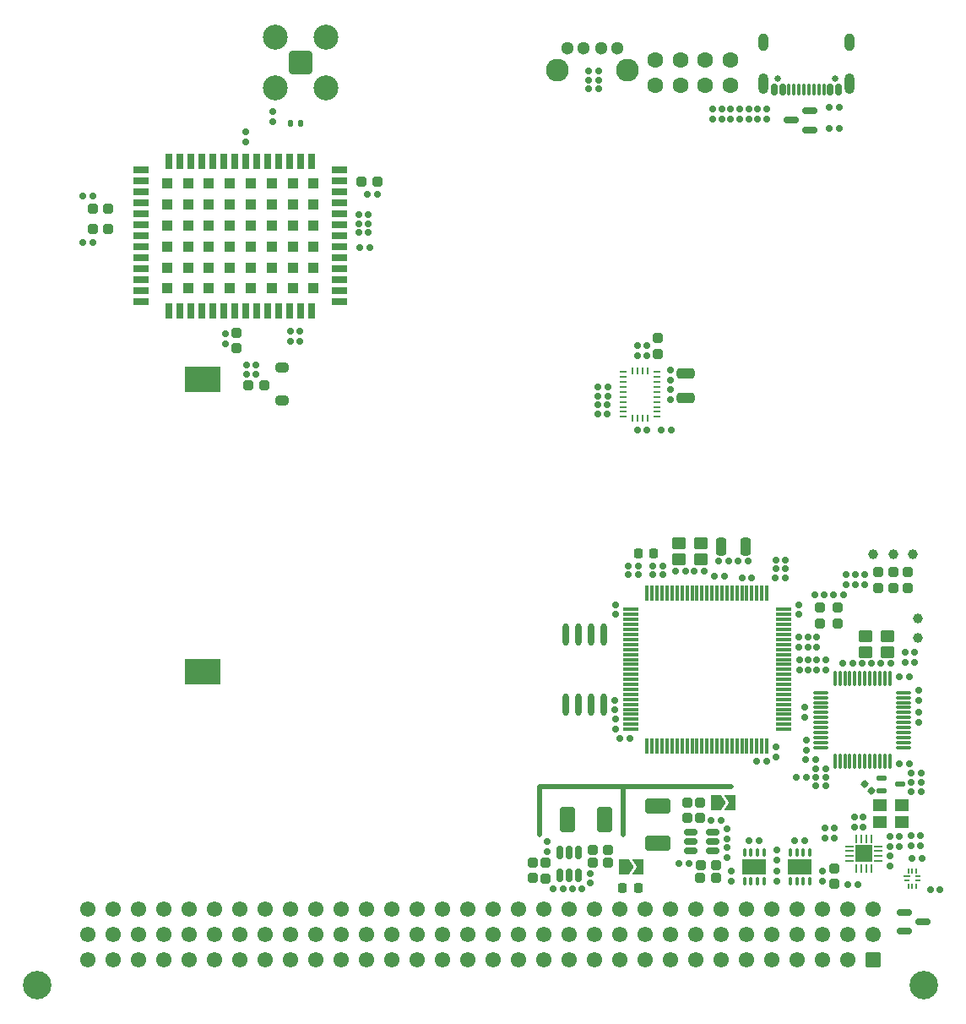
<source format=gbr>
%TF.GenerationSoftware,KiCad,Pcbnew,8.0.9-8.0.9-0~ubuntu24.04.1*%
%TF.CreationDate,2025-02-22T21:10:34+00:00*%
%TF.ProjectId,nav-module,6e61762d-6d6f-4647-956c-652e6b696361,1.0.0*%
%TF.SameCoordinates,Original*%
%TF.FileFunction,Soldermask,Top*%
%TF.FilePolarity,Negative*%
%FSLAX46Y46*%
G04 Gerber Fmt 4.6, Leading zero omitted, Abs format (unit mm)*
G04 Created by KiCad (PCBNEW 8.0.9-8.0.9-0~ubuntu24.04.1) date 2025-02-22 21:10:34*
%MOMM*%
%LPD*%
G01*
G04 APERTURE LIST*
G04 Aperture macros list*
%AMRoundRect*
0 Rectangle with rounded corners*
0 $1 Rounding radius*
0 $2 $3 $4 $5 $6 $7 $8 $9 X,Y pos of 4 corners*
0 Add a 4 corners polygon primitive as box body*
4,1,4,$2,$3,$4,$5,$6,$7,$8,$9,$2,$3,0*
0 Add four circle primitives for the rounded corners*
1,1,$1+$1,$2,$3*
1,1,$1+$1,$4,$5*
1,1,$1+$1,$6,$7*
1,1,$1+$1,$8,$9*
0 Add four rect primitives between the rounded corners*
20,1,$1+$1,$2,$3,$4,$5,0*
20,1,$1+$1,$4,$5,$6,$7,0*
20,1,$1+$1,$6,$7,$8,$9,0*
20,1,$1+$1,$8,$9,$2,$3,0*%
%AMFreePoly0*
4,1,6,1.000000,0.000000,0.500000,-0.750000,-0.500000,-0.750000,-0.500000,0.750000,0.500000,0.750000,1.000000,0.000000,1.000000,0.000000,$1*%
%AMFreePoly1*
4,1,6,0.500000,-0.750000,-0.650000,-0.750000,-0.150000,0.000000,-0.650000,0.750000,0.500000,0.750000,0.500000,-0.750000,0.500000,-0.750000,$1*%
G04 Aperture macros list end*
%ADD10C,0.500000*%
%ADD11RoundRect,0.250000X0.650000X0.250000X-0.650000X0.250000X-0.650000X-0.250000X0.650000X-0.250000X0*%
%ADD12RoundRect,0.250001X0.999999X-0.499999X0.999999X0.499999X-0.999999X0.499999X-0.999999X-0.499999X0*%
%ADD13FreePoly0,0.000000*%
%ADD14FreePoly1,0.000000*%
%ADD15C,1.000000*%
%ADD16RoundRect,0.159000X-0.189000X0.159000X-0.189000X-0.159000X0.189000X-0.159000X0.189000X0.159000X0*%
%ADD17C,1.600000*%
%ADD18RoundRect,0.147500X0.147500X0.172500X-0.147500X0.172500X-0.147500X-0.172500X0.147500X-0.172500X0*%
%ADD19RoundRect,0.159000X0.159000X0.189000X-0.159000X0.189000X-0.159000X-0.189000X0.159000X-0.189000X0*%
%ADD20RoundRect,0.150000X0.587500X0.150000X-0.587500X0.150000X-0.587500X-0.150000X0.587500X-0.150000X0*%
%ADD21RoundRect,0.159000X0.189000X-0.159000X0.189000X0.159000X-0.189000X0.159000X-0.189000X-0.159000X0*%
%ADD22RoundRect,0.159000X-0.159000X-0.189000X0.159000X-0.189000X0.159000X0.189000X-0.159000X0.189000X0*%
%ADD23RoundRect,0.239000X0.239000X0.274000X-0.239000X0.274000X-0.239000X-0.274000X0.239000X-0.274000X0*%
%ADD24RoundRect,0.239000X0.274000X-0.239000X0.274000X0.239000X-0.274000X0.239000X-0.274000X-0.239000X0*%
%ADD25RoundRect,0.244000X-0.394000X0.244000X-0.394000X-0.244000X0.394000X-0.244000X0.394000X0.244000X0*%
%ADD26RoundRect,0.220000X0.220000X0.255000X-0.220000X0.255000X-0.220000X-0.255000X0.220000X-0.255000X0*%
%ADD27RoundRect,0.244000X-0.269000X0.244000X-0.269000X-0.244000X0.269000X-0.244000X0.269000X0.244000X0*%
%ADD28R,0.663000X0.225000*%
%ADD29R,0.563000X0.225000*%
%ADD30R,0.225000X0.563000*%
%ADD31RoundRect,0.150000X-0.512500X-0.150000X0.512500X-0.150000X0.512500X0.150000X-0.512500X0.150000X0*%
%ADD32RoundRect,0.150000X-0.587500X-0.150000X0.587500X-0.150000X0.587500X0.150000X-0.587500X0.150000X0*%
%ADD33RoundRect,0.200100X-0.949900X-0.949900X0.949900X-0.949900X0.949900X0.949900X-0.949900X0.949900X0*%
%ADD34C,2.500000*%
%ADD35RoundRect,0.239000X-0.274000X0.239000X-0.274000X-0.239000X0.274000X-0.239000X0.274000X0.239000X0*%
%ADD36RoundRect,0.244000X0.244000X0.269000X-0.244000X0.269000X-0.244000X-0.269000X0.244000X-0.269000X0*%
%ADD37RoundRect,0.250000X0.450000X0.350000X-0.450000X0.350000X-0.450000X-0.350000X0.450000X-0.350000X0*%
%ADD38RoundRect,0.075000X-0.075000X0.662500X-0.075000X-0.662500X0.075000X-0.662500X0.075000X0.662500X0*%
%ADD39RoundRect,0.075000X-0.662500X0.075000X-0.662500X-0.075000X0.662500X-0.075000X0.662500X0.075000X0*%
%ADD40RoundRect,0.075000X-0.075000X0.725000X-0.075000X-0.725000X0.075000X-0.725000X0.075000X0.725000X0*%
%ADD41RoundRect,0.075000X-0.725000X0.075000X-0.725000X-0.075000X0.725000X-0.075000X0.725000X0.075000X0*%
%ADD42RoundRect,0.239000X-0.239000X-0.274000X0.239000X-0.274000X0.239000X0.274000X-0.239000X0.274000X0*%
%ADD43C,0.650000*%
%ADD44RoundRect,0.150000X0.150000X0.425000X-0.150000X0.425000X-0.150000X-0.425000X0.150000X-0.425000X0*%
%ADD45RoundRect,0.075000X0.075000X0.500000X-0.075000X0.500000X-0.075000X-0.500000X0.075000X-0.500000X0*%
%ADD46O,1.000000X2.100000*%
%ADD47O,1.000000X1.800000*%
%ADD48RoundRect,0.244000X-0.244000X-0.269000X0.244000X-0.269000X0.244000X0.269000X-0.244000X0.269000X0*%
%ADD49R,3.600000X2.600000*%
%ADD50C,2.850000*%
%ADD51RoundRect,0.249999X0.525001X0.525001X-0.525001X0.525001X-0.525001X-0.525001X0.525001X-0.525001X0*%
%ADD52C,1.550000*%
%ADD53RoundRect,0.220000X-0.220000X-0.255000X0.220000X-0.255000X0.220000X0.255000X-0.220000X0.255000X0*%
%ADD54C,1.300000*%
%ADD55C,2.286000*%
%ADD56RoundRect,0.075000X-0.075000X0.350000X-0.075000X-0.350000X0.075000X-0.350000X0.075000X0.350000X0*%
%ADD57R,2.400000X1.600000*%
%ADD58RoundRect,0.250000X0.250000X-0.650000X0.250000X0.650000X-0.250000X0.650000X-0.250000X-0.650000X0*%
%ADD59RoundRect,0.159000X0.246073X0.021213X0.021213X0.246073X-0.246073X-0.021213X-0.021213X-0.246073X0*%
%ADD60R,0.800000X1.500000*%
%ADD61R,1.500000X0.800000*%
%ADD62R,1.100000X1.100000*%
%ADD63R,1.400000X1.200000*%
%ADD64RoundRect,0.244000X0.269000X-0.244000X0.269000X0.244000X-0.269000X0.244000X-0.269000X-0.244000X0*%
%ADD65O,0.630000X2.250000*%
%ADD66RoundRect,0.250001X-0.499999X-0.999999X0.499999X-0.999999X0.499999X0.999999X-0.499999X0.999999X0*%
%ADD67RoundRect,0.062500X-0.062500X0.350000X-0.062500X-0.350000X0.062500X-0.350000X0.062500X0.350000X0*%
%ADD68RoundRect,0.062500X-0.350000X0.062500X-0.350000X-0.062500X0.350000X-0.062500X0.350000X0.062500X0*%
%ADD69R,1.700000X1.700000*%
%ADD70R,0.675000X0.254000*%
%ADD71R,0.254000X0.675000*%
%ADD72RoundRect,0.125000X0.345000X0.125000X-0.345000X0.125000X-0.345000X-0.125000X0.345000X-0.125000X0*%
%ADD73RoundRect,0.150000X-0.150000X0.512500X-0.150000X-0.512500X0.150000X-0.512500X0.150000X0.512500X0*%
G04 APERTURE END LIST*
D10*
X114500000Y-128625000D02*
X95300000Y-128625000D01*
X95300000Y-133425000D02*
X95300000Y-128625000D01*
X103700000Y-133425000D02*
X103700000Y-128625000D01*
D11*
%TO.C,X1200*%
X109930000Y-89685000D03*
X109930000Y-87185002D03*
%TD*%
D12*
%TO.C,L301*%
X107120720Y-134271542D03*
X107120720Y-130571542D03*
%TD*%
D13*
%TO.C,JP300*%
X103725000Y-136675000D03*
D14*
X105175000Y-136675000D03*
%TD*%
D15*
%TO.C,TP302*%
X132750000Y-105325000D03*
%TD*%
D16*
%TO.C,C1101*%
X63770000Y-83185002D03*
X63770000Y-84185000D03*
%TD*%
D17*
%TO.C,LED300*%
X106863600Y-55785000D03*
X109403600Y-55785000D03*
X106863600Y-58325000D03*
X109403600Y-58325000D03*
%TD*%
D18*
%TO.C,L1100*%
X71295000Y-62155001D03*
X70325000Y-62155001D03*
%TD*%
D16*
%TO.C,R903*%
X126850000Y-131625000D03*
X126850000Y-132625000D03*
%TD*%
D19*
%TO.C,R308*%
X127200000Y-138375000D03*
X126200000Y-138375000D03*
%TD*%
D20*
%TO.C,U802*%
X122387500Y-62765001D03*
X122387500Y-60865001D03*
X120512500Y-61815001D03*
%TD*%
D16*
%TO.C,R418*%
X70330000Y-82975002D03*
X70330000Y-83975000D03*
%TD*%
D21*
%TO.C,C501*%
X119100000Y-138075000D03*
X119100000Y-137075000D03*
%TD*%
D22*
%TO.C,R716*%
X123000000Y-128525000D03*
X124000000Y-128525000D03*
%TD*%
D16*
%TO.C,R306*%
X114070720Y-132821542D03*
X114070720Y-133821542D03*
%TD*%
D23*
%TO.C,D1103*%
X79019999Y-67975001D03*
X77440001Y-67975001D03*
%TD*%
D24*
%TO.C,D301*%
X124850000Y-138365000D03*
X124850000Y-136785000D03*
%TD*%
D25*
%TO.C,D1100*%
X69470000Y-86635001D03*
X69470000Y-89935001D03*
%TD*%
D26*
%TO.C,FB400*%
X106740000Y-105225000D03*
X105160000Y-105225000D03*
%TD*%
D21*
%TO.C,C601*%
X114550000Y-138075000D03*
X114550000Y-137075000D03*
%TD*%
D19*
%TO.C,R301*%
X97650000Y-138871508D03*
X96650000Y-138871508D03*
%TD*%
%TO.C,C408*%
X105200000Y-106475000D03*
X104200000Y-106475000D03*
%TD*%
D21*
%TO.C,R600*%
X119100000Y-135925000D03*
X119100000Y-134925000D03*
%TD*%
D22*
%TO.C,C400*%
X115575000Y-107650000D03*
X116575000Y-107650000D03*
%TD*%
D27*
%TO.C,C1100*%
X64930000Y-83095001D03*
X64930000Y-84655001D03*
%TD*%
D19*
%TO.C,C313*%
X114250000Y-106025000D03*
X113250000Y-106025000D03*
%TD*%
D22*
%TO.C,R801*%
X124350000Y-62675000D03*
X125350000Y-62675000D03*
%TD*%
D19*
%TO.C,C600*%
X117300000Y-134025000D03*
X116300000Y-134025000D03*
%TD*%
%TO.C,C407*%
X107675000Y-107375000D03*
X106675000Y-107375000D03*
%TD*%
D22*
%TO.C,C314*%
X115200000Y-106025000D03*
X116200000Y-106025000D03*
%TD*%
D28*
%TO.C,U801*%
X132131500Y-137600000D03*
D29*
X132081500Y-138000000D03*
D30*
X132250000Y-138568500D03*
X132650000Y-138568500D03*
X133050000Y-138568500D03*
D29*
X133218500Y-138000000D03*
X133218500Y-137600000D03*
D30*
X133050000Y-137031500D03*
X132650000Y-137031500D03*
X132250000Y-137031500D03*
%TD*%
D15*
%TO.C,TP701*%
X133250000Y-113725000D03*
%TD*%
D27*
%TO.C,C304*%
X94646542Y-136211059D03*
X94646542Y-137771059D03*
%TD*%
D16*
%TO.C,C305*%
X96090000Y-134071508D03*
X96090000Y-135071508D03*
%TD*%
D19*
%TO.C,R404*%
X119950000Y-107645000D03*
X118950000Y-107645000D03*
%TD*%
%TO.C,C1204*%
X102097500Y-91234999D03*
X101097502Y-91234999D03*
%TD*%
D31*
%TO.C,U301*%
X110412500Y-133168050D03*
X110412500Y-134118050D03*
X110412500Y-135068050D03*
X112687500Y-135068050D03*
X112687500Y-134118050D03*
X112687500Y-133168050D03*
%TD*%
D19*
%TO.C,C500*%
X121900000Y-134025000D03*
X120900000Y-134025000D03*
%TD*%
D16*
%TO.C,R902*%
X127750000Y-131625000D03*
X127750000Y-132625000D03*
%TD*%
D24*
%TO.C,D400*%
X129240000Y-108665000D03*
X129240000Y-107085000D03*
%TD*%
D32*
%TO.C,U200*%
X131832500Y-141212501D03*
X131832500Y-143112501D03*
X133707500Y-142162501D03*
%TD*%
D16*
%TO.C,R700*%
X121325000Y-115925000D03*
X121325000Y-116925000D03*
%TD*%
D22*
%TO.C,R405*%
X100228400Y-58685001D03*
X101228400Y-58685001D03*
%TD*%
D21*
%TO.C,R409*%
X114450000Y-61725000D03*
X114450000Y-60725000D03*
%TD*%
%TO.C,R400*%
X113550000Y-61725000D03*
X113550000Y-60725000D03*
%TD*%
D33*
%TO.C,J1100*%
X71350000Y-56015001D03*
D34*
X68810000Y-53475001D03*
X68810000Y-58555001D03*
X73890000Y-53475001D03*
X73890000Y-58555001D03*
%TD*%
D21*
%TO.C,R411*%
X126950000Y-108375000D03*
X126950000Y-107375000D03*
%TD*%
D16*
%TO.C,R1200*%
X105110000Y-84435003D03*
X105110000Y-85435001D03*
%TD*%
D19*
%TO.C,R1105*%
X50469999Y-69385001D03*
X49470001Y-69385001D03*
%TD*%
D16*
%TO.C,C410*%
X123100000Y-113600000D03*
X123100000Y-114600000D03*
%TD*%
D35*
%TO.C,D701*%
X125175000Y-110660000D03*
X125175000Y-112240000D03*
%TD*%
D19*
%TO.C,R1103*%
X78130000Y-72175001D03*
X77130002Y-72175001D03*
%TD*%
D16*
%TO.C,R701*%
X124000000Y-115925000D03*
X124000000Y-116925000D03*
%TD*%
%TO.C,C405*%
X121275000Y-110350000D03*
X121275000Y-111350000D03*
%TD*%
D36*
%TO.C,C301*%
X102180000Y-136171508D03*
X100620000Y-136171508D03*
%TD*%
D21*
%TO.C,C300*%
X100400000Y-138281508D03*
X100400000Y-137281508D03*
%TD*%
D24*
%TO.C,D402*%
X132240000Y-108665000D03*
X132240000Y-107085000D03*
%TD*%
D37*
%TO.C,Y700*%
X130150000Y-113525000D03*
X127950000Y-113525000D03*
X127950000Y-115125000D03*
X130150000Y-115125000D03*
%TD*%
D38*
%TO.C,U700*%
X130400000Y-117762500D03*
X129900000Y-117762500D03*
X129400000Y-117762500D03*
X128900000Y-117762500D03*
X128400000Y-117762500D03*
X127900000Y-117762500D03*
X127400000Y-117762500D03*
X126900000Y-117762500D03*
X126400000Y-117762500D03*
X125900000Y-117762500D03*
X125400000Y-117762500D03*
X124900000Y-117762500D03*
D39*
X123487500Y-119175000D03*
X123487500Y-119675000D03*
X123487500Y-120175000D03*
X123487500Y-120675000D03*
X123487500Y-121175000D03*
X123487500Y-121675000D03*
X123487500Y-122175000D03*
X123487500Y-122675000D03*
X123487500Y-123175000D03*
X123487500Y-123675000D03*
X123487500Y-124175000D03*
X123487500Y-124675000D03*
D38*
X124900000Y-126087500D03*
X125400000Y-126087500D03*
X125900000Y-126087500D03*
X126400000Y-126087500D03*
X126900000Y-126087500D03*
X127400000Y-126087500D03*
X127900000Y-126087500D03*
X128400000Y-126087500D03*
X128900000Y-126087500D03*
X129400000Y-126087500D03*
X129900000Y-126087500D03*
X130400000Y-126087500D03*
D39*
X131812500Y-124675000D03*
X131812500Y-124175000D03*
X131812500Y-123675000D03*
X131812500Y-123175000D03*
X131812500Y-122675000D03*
X131812500Y-122175000D03*
X131812500Y-121675000D03*
X131812500Y-121175000D03*
X131812500Y-120675000D03*
X131812500Y-120175000D03*
X131812500Y-119675000D03*
X131812500Y-119175000D03*
%TD*%
D15*
%TO.C,TP700*%
X133250000Y-111725000D03*
%TD*%
D16*
%TO.C,C1202*%
X108410002Y-88785002D03*
X108410002Y-89785000D03*
%TD*%
D22*
%TO.C,R707*%
X122850000Y-109375000D03*
X123850000Y-109375000D03*
%TD*%
D40*
%TO.C,U400*%
X118075000Y-109175000D03*
X117575000Y-109175000D03*
X117075000Y-109175000D03*
X116575000Y-109175000D03*
X116075000Y-109175000D03*
X115575000Y-109175000D03*
X115075000Y-109175000D03*
X114575000Y-109175000D03*
X114075000Y-109175000D03*
X113575000Y-109175000D03*
X113075000Y-109175000D03*
X112575000Y-109175000D03*
X112075000Y-109175000D03*
X111575000Y-109175000D03*
X111075000Y-109175000D03*
X110575000Y-109175000D03*
X110075000Y-109175000D03*
X109575000Y-109175000D03*
X109075000Y-109175000D03*
X108575000Y-109175000D03*
X108075000Y-109175000D03*
X107575000Y-109175000D03*
X107075000Y-109175000D03*
X106575000Y-109175000D03*
X106075000Y-109175000D03*
D41*
X104400000Y-110850000D03*
X104400000Y-111350000D03*
X104400000Y-111850000D03*
X104400000Y-112350000D03*
X104400000Y-112850000D03*
X104400000Y-113350000D03*
X104400000Y-113850000D03*
X104400000Y-114350000D03*
X104400000Y-114850000D03*
X104400000Y-115350000D03*
X104400000Y-115850000D03*
X104400000Y-116350000D03*
X104400000Y-116850000D03*
X104400000Y-117350000D03*
X104400000Y-117850000D03*
X104400000Y-118350000D03*
X104400000Y-118850000D03*
X104400000Y-119350000D03*
X104400000Y-119850000D03*
X104400000Y-120350000D03*
X104400000Y-120850000D03*
X104400000Y-121350000D03*
X104400000Y-121850000D03*
X104400000Y-122350000D03*
X104400000Y-122850000D03*
D40*
X106075000Y-124525000D03*
X106575000Y-124525000D03*
X107075000Y-124525000D03*
X107575000Y-124525000D03*
X108075000Y-124525000D03*
X108575000Y-124525000D03*
X109075000Y-124525000D03*
X109575000Y-124525000D03*
X110075000Y-124525000D03*
X110575000Y-124525000D03*
X111075000Y-124525000D03*
X111575000Y-124525000D03*
X112075000Y-124525000D03*
X112575000Y-124525000D03*
X113075000Y-124525000D03*
X113575000Y-124525000D03*
X114075000Y-124525000D03*
X114575000Y-124525000D03*
X115075000Y-124525000D03*
X115575000Y-124525000D03*
X116075000Y-124525000D03*
X116575000Y-124525000D03*
X117075000Y-124525000D03*
X117575000Y-124525000D03*
X118075000Y-124525000D03*
D41*
X119750000Y-122850000D03*
X119750000Y-122350000D03*
X119750000Y-121850000D03*
X119750000Y-121350000D03*
X119750000Y-120850000D03*
X119750000Y-120350000D03*
X119750000Y-119850000D03*
X119750000Y-119350000D03*
X119750000Y-118850000D03*
X119750000Y-118350000D03*
X119750000Y-117850000D03*
X119750000Y-117350000D03*
X119750000Y-116850000D03*
X119750000Y-116350000D03*
X119750000Y-115850000D03*
X119750000Y-115350000D03*
X119750000Y-114850000D03*
X119750000Y-114350000D03*
X119750000Y-113850000D03*
X119750000Y-113350000D03*
X119750000Y-112850000D03*
X119750000Y-112350000D03*
X119750000Y-111850000D03*
X119750000Y-111350000D03*
X119750000Y-110850000D03*
%TD*%
D19*
%TO.C,C409*%
X105200000Y-107375000D03*
X104200000Y-107375000D03*
%TD*%
%TO.C,C708*%
X128600000Y-116235000D03*
X127600000Y-116235000D03*
%TD*%
D16*
%TO.C,R705*%
X132900000Y-115125000D03*
X132900000Y-116125000D03*
%TD*%
D19*
%TO.C,R1100*%
X66870000Y-86335001D03*
X65870002Y-86335001D03*
%TD*%
D16*
%TO.C,R307*%
X114070720Y-134721542D03*
X114070720Y-135721542D03*
%TD*%
D42*
%TO.C,D1101*%
X50480001Y-70685001D03*
X52059999Y-70685001D03*
%TD*%
D22*
%TO.C,R711*%
X132550000Y-128175000D03*
X133550000Y-128175000D03*
%TD*%
%TO.C,R710*%
X132550000Y-127275000D03*
X133550000Y-127275000D03*
%TD*%
%TO.C,R715*%
X123000000Y-127650000D03*
X124000000Y-127650000D03*
%TD*%
D19*
%TO.C,R1106*%
X50479999Y-74085001D03*
X49480001Y-74085001D03*
%TD*%
D16*
%TO.C,C801*%
X116250000Y-60725000D03*
X116250000Y-61725000D03*
%TD*%
D15*
%TO.C,TP300*%
X128750000Y-105325000D03*
%TD*%
D21*
%TO.C,C402*%
X102875000Y-111350000D03*
X102875000Y-110350000D03*
%TD*%
D16*
%TO.C,C1104*%
X68570000Y-60985002D03*
X68570000Y-61985000D03*
%TD*%
D13*
%TO.C,JP301*%
X112970720Y-130225000D03*
D14*
X114420720Y-130225000D03*
%TD*%
D43*
%TO.C,J800*%
X124940000Y-57640000D03*
X119160000Y-57640000D03*
D44*
X125250000Y-58715000D03*
X124450000Y-58715000D03*
D45*
X123300000Y-58715000D03*
X122300000Y-58715000D03*
X121800000Y-58715000D03*
X120800000Y-58715000D03*
D44*
X119650000Y-58715000D03*
X118850000Y-58715000D03*
X118850000Y-58715000D03*
X119650000Y-58715000D03*
D45*
X120300000Y-58715000D03*
X121300000Y-58715000D03*
X122800000Y-58715000D03*
X123800000Y-58715000D03*
D44*
X124450000Y-58715000D03*
X125250000Y-58715000D03*
D46*
X126370000Y-58140000D03*
D47*
X126370000Y-53960000D03*
D46*
X117730000Y-58140000D03*
D47*
X117730000Y-53960000D03*
%TD*%
D22*
%TO.C,C311*%
X109270720Y-136281542D03*
X110270720Y-136281542D03*
%TD*%
%TO.C,C1105*%
X77130002Y-71275001D03*
X78130000Y-71275001D03*
%TD*%
D15*
%TO.C,TP301*%
X130750000Y-105325000D03*
%TD*%
D22*
%TO.C,C707*%
X129500000Y-116225000D03*
X130500000Y-116225000D03*
%TD*%
D16*
%TO.C,R901*%
X123900000Y-132725000D03*
X123900000Y-133725000D03*
%TD*%
D19*
%TO.C,R709*%
X133550000Y-129075000D03*
X132550000Y-129075000D03*
%TD*%
D16*
%TO.C,R805*%
X117150000Y-60725000D03*
X117150000Y-61725000D03*
%TD*%
%TO.C,R800*%
X118050000Y-60725000D03*
X118050000Y-61725000D03*
%TD*%
D48*
%TO.C,C310*%
X111420720Y-136481542D03*
X112980720Y-136481542D03*
%TD*%
D16*
%TO.C,R402*%
X122200000Y-113600000D03*
X122200000Y-114600000D03*
%TD*%
D21*
%TO.C,R702*%
X133300000Y-122175000D03*
X133300000Y-121175000D03*
%TD*%
%TO.C,C1201*%
X106010000Y-85434999D03*
X106010000Y-84435001D03*
%TD*%
D48*
%TO.C,C309*%
X111410271Y-137725000D03*
X112970271Y-137725000D03*
%TD*%
D21*
%TO.C,C900*%
X130450000Y-134575000D03*
X130450000Y-133575000D03*
%TD*%
D16*
%TO.C,C404*%
X118975000Y-124600000D03*
X118975000Y-125600000D03*
%TD*%
%TO.C,R802*%
X132550000Y-133525000D03*
X132550000Y-134525000D03*
%TD*%
D22*
%TO.C,C701*%
X131350000Y-117625000D03*
X132350000Y-117625000D03*
%TD*%
D49*
%TO.C,BAT1100*%
X61470000Y-87785001D03*
X61470000Y-117085001D03*
%TD*%
D19*
%TO.C,R300*%
X99550000Y-138871508D03*
X98550000Y-138871508D03*
%TD*%
D22*
%TO.C,R1201*%
X101097501Y-90335002D03*
X102097499Y-90335002D03*
%TD*%
D50*
%TO.C,J200*%
X133820000Y-148515000D03*
X44920000Y-148515000D03*
D51*
X128740000Y-145975000D03*
D52*
X126200000Y-145975000D03*
X123660000Y-145975000D03*
X121120000Y-145975000D03*
X118580000Y-145975000D03*
X116040000Y-145975000D03*
X113500000Y-145975000D03*
X110960000Y-145975000D03*
X108420000Y-145975000D03*
X105880000Y-145975000D03*
X103340000Y-145975000D03*
X100800000Y-145975000D03*
X98260000Y-145975000D03*
X95720000Y-145975000D03*
X93180000Y-145975000D03*
X90640000Y-145975000D03*
X88100000Y-145975000D03*
X85560000Y-145975000D03*
X83020000Y-145975000D03*
X80480000Y-145975000D03*
X77940000Y-145975000D03*
X75400000Y-145975000D03*
X72860000Y-145975000D03*
X70320000Y-145975000D03*
X67780000Y-145975000D03*
X65240000Y-145975000D03*
X62700000Y-145975000D03*
X60160000Y-145975000D03*
X57620000Y-145975000D03*
X55080000Y-145975000D03*
X52540000Y-145975000D03*
X50000000Y-145975000D03*
X128740000Y-143435000D03*
X126200000Y-143435000D03*
X123660000Y-143435000D03*
X121120000Y-143435000D03*
X118580000Y-143435000D03*
X116040000Y-143435000D03*
X113500000Y-143435000D03*
X110960000Y-143435000D03*
X108420000Y-143435000D03*
X105880000Y-143435000D03*
X103340000Y-143435000D03*
X100800000Y-143435000D03*
X98260000Y-143435000D03*
X95720000Y-143435000D03*
X93180000Y-143435000D03*
X90640000Y-143435000D03*
X88100000Y-143435000D03*
X85560000Y-143435000D03*
X83020000Y-143435000D03*
X80480000Y-143435000D03*
X77940000Y-143435000D03*
X75400000Y-143435000D03*
X72860000Y-143435000D03*
X70320000Y-143435000D03*
X67780000Y-143435000D03*
X65240000Y-143435000D03*
X62700000Y-143435000D03*
X60160000Y-143435000D03*
X57620000Y-143435000D03*
X55080000Y-143435000D03*
X52540000Y-143435000D03*
X50000000Y-143435000D03*
X128740000Y-140895000D03*
X126200000Y-140895000D03*
X123660000Y-140895000D03*
X121120000Y-140895000D03*
X118580000Y-140895000D03*
X116040000Y-140895000D03*
X113500000Y-140895000D03*
X110960000Y-140895000D03*
X108420000Y-140895000D03*
X105880000Y-140895000D03*
X103340000Y-140895000D03*
X100800000Y-140895000D03*
X98260000Y-140895000D03*
X95720000Y-140895000D03*
X93180000Y-140895000D03*
X90640000Y-140895000D03*
X88100000Y-140895000D03*
X85560000Y-140895000D03*
X83020000Y-140895000D03*
X80480000Y-140895000D03*
X77940000Y-140895000D03*
X75400000Y-140895000D03*
X72860000Y-140895000D03*
X70320000Y-140895000D03*
X67780000Y-140895000D03*
X65240000Y-140895000D03*
X62700000Y-140895000D03*
X60160000Y-140895000D03*
X57620000Y-140895000D03*
X55080000Y-140895000D03*
X52540000Y-140895000D03*
X50000000Y-140895000D03*
%TD*%
D19*
%TO.C,R1101*%
X78130000Y-73075001D03*
X77130002Y-73075001D03*
%TD*%
D22*
%TO.C,C700*%
X122000000Y-125875000D03*
X123000000Y-125875000D03*
%TD*%
D21*
%TO.C,R500*%
X123650000Y-138075000D03*
X123650000Y-137075000D03*
%TD*%
D19*
%TO.C,C406*%
X107675000Y-106475000D03*
X106675000Y-106475000D03*
%TD*%
%TO.C,C411*%
X109925000Y-107025000D03*
X108925000Y-107025000D03*
%TD*%
D16*
%TO.C,C704*%
X133290000Y-118922500D03*
X133290000Y-119922500D03*
%TD*%
D19*
%TO.C,C1205*%
X102109999Y-88535002D03*
X101110001Y-88535002D03*
%TD*%
D21*
%TO.C,C902*%
X131350000Y-134575000D03*
X131350000Y-133575000D03*
%TD*%
D22*
%TO.C,C312*%
X132650000Y-135775000D03*
X133650000Y-135775000D03*
%TD*%
D21*
%TO.C,C702*%
X122010000Y-124927500D03*
X122010000Y-123927500D03*
%TD*%
D16*
%TO.C,R706*%
X131950000Y-115125000D03*
X131950000Y-116125000D03*
%TD*%
D21*
%TO.C,R803*%
X133450000Y-134525000D03*
X133450000Y-133525000D03*
%TD*%
D48*
%TO.C,C1102*%
X66090000Y-88385001D03*
X67650000Y-88385001D03*
%TD*%
D27*
%TO.C,C307*%
X110108674Y-130191542D03*
X110108674Y-131751542D03*
%TD*%
D19*
%TO.C,C306*%
X113480720Y-131971542D03*
X112480720Y-131971542D03*
%TD*%
D21*
%TO.C,R401*%
X121300000Y-114600000D03*
X121300000Y-113600000D03*
%TD*%
D53*
%TO.C,F300*%
X103610000Y-138775000D03*
X105190000Y-138775000D03*
%TD*%
D22*
%TO.C,R714*%
X123000000Y-126775000D03*
X124000000Y-126775000D03*
%TD*%
D16*
%TO.C,R900*%
X124800000Y-132725000D03*
X124800000Y-133725000D03*
%TD*%
D22*
%TO.C,C414*%
X117075000Y-126050000D03*
X118075000Y-126050000D03*
%TD*%
D54*
%TO.C,SW400*%
X103080000Y-54575000D03*
X101450000Y-54575000D03*
X99710000Y-54575000D03*
X98080000Y-54575000D03*
D55*
X104080000Y-56825000D03*
X97080000Y-56825000D03*
%TD*%
D19*
%TO.C,R427*%
X108469999Y-92885001D03*
X107470001Y-92885001D03*
%TD*%
D56*
%TO.C,U600*%
X117775000Y-135175000D03*
X117125000Y-135175000D03*
X116475000Y-135175000D03*
X115825000Y-135175000D03*
X115825000Y-138075000D03*
X116475000Y-138075000D03*
X117125000Y-138075000D03*
X117775000Y-138075000D03*
D57*
X116800000Y-136625000D03*
%TD*%
D58*
%TO.C,X300*%
X113475000Y-104550000D03*
X115975000Y-104550000D03*
%TD*%
D19*
%TO.C,R406*%
X101228400Y-56885001D03*
X100228400Y-56885001D03*
%TD*%
D21*
%TO.C,R412*%
X126050000Y-108375000D03*
X126050000Y-107375000D03*
%TD*%
%TO.C,C706*%
X122200000Y-116925000D03*
X122200000Y-115925000D03*
%TD*%
D22*
%TO.C,C800*%
X124350000Y-60525000D03*
X125350000Y-60525000D03*
%TD*%
D36*
%TO.C,C302*%
X102180000Y-134909462D03*
X100620000Y-134909462D03*
%TD*%
D22*
%TO.C,R1202*%
X101110001Y-89435002D03*
X102109999Y-89435002D03*
%TD*%
D16*
%TO.C,R1102*%
X65840000Y-63005002D03*
X65840000Y-64005000D03*
%TD*%
D22*
%TO.C,C401*%
X112825000Y-107475000D03*
X113825000Y-107475000D03*
%TD*%
%TO.C,C705*%
X125700000Y-116235000D03*
X126700000Y-116235000D03*
%TD*%
D59*
%TO.C,R712*%
X128553553Y-129028553D03*
X127846447Y-128321447D03*
%TD*%
D22*
%TO.C,R426*%
X105070000Y-92885001D03*
X106070000Y-92885001D03*
%TD*%
D37*
%TO.C,X400*%
X111475000Y-104250000D03*
X109275000Y-104250000D03*
X109275000Y-105850000D03*
X111475000Y-105850000D03*
%TD*%
D60*
%TO.C,U1100*%
X72430000Y-65925003D03*
X71330000Y-65925002D03*
X70230000Y-65925003D03*
X69130000Y-65925002D03*
X68030000Y-65925002D03*
X66930000Y-65925002D03*
X65830000Y-65925002D03*
X64730000Y-65925002D03*
X63630000Y-65925002D03*
X62530000Y-65925002D03*
X61430000Y-65925002D03*
X60330000Y-65925003D03*
X59230000Y-65925002D03*
X58130000Y-65925003D03*
D61*
X55330000Y-66825002D03*
X55330000Y-67925002D03*
X55330000Y-69025002D03*
X55330000Y-70125002D03*
X55330000Y-71225003D03*
X55330000Y-72325002D03*
X55330001Y-73425002D03*
X55330000Y-74525002D03*
X55330000Y-75625001D03*
X55330000Y-76725002D03*
X55330000Y-77825002D03*
X55330000Y-78925002D03*
X55330000Y-80025002D03*
D60*
X58130000Y-80925001D03*
X59230000Y-80925002D03*
X60330000Y-80925001D03*
X61430000Y-80925002D03*
X62530000Y-80925002D03*
X63630000Y-80925002D03*
X64730000Y-80925002D03*
X65830000Y-80925002D03*
X66930000Y-80925002D03*
X68030000Y-80925002D03*
X69130000Y-80925002D03*
X70230000Y-80925001D03*
X71330000Y-80925002D03*
X72430000Y-80925001D03*
D61*
X75230000Y-80025002D03*
X75230000Y-78925002D03*
X75230000Y-77825002D03*
X75230000Y-76725002D03*
X75230000Y-75625001D03*
X75230000Y-74525002D03*
X75229999Y-73425002D03*
X75230000Y-72325002D03*
X75230000Y-71225003D03*
X75230000Y-70125002D03*
X75230000Y-69025002D03*
X75230000Y-67925002D03*
X75230000Y-66825002D03*
D62*
X72630000Y-68175002D03*
X70530000Y-68175002D03*
X68430000Y-68175002D03*
X66330001Y-68175002D03*
X64229999Y-68175002D03*
X62130000Y-68175002D03*
X60030000Y-68175002D03*
X57930000Y-68175002D03*
X72630000Y-70275002D03*
X70530000Y-70275002D03*
X68430000Y-70275002D03*
X62130000Y-70275002D03*
X60030000Y-70275002D03*
X57930000Y-70275002D03*
X66330000Y-70275003D03*
X64230000Y-70275003D03*
X70530000Y-72375001D03*
X60030000Y-72375001D03*
X72630000Y-72375002D03*
X68429999Y-72375002D03*
X66330000Y-72375002D03*
X64230000Y-72375002D03*
X62130001Y-72375002D03*
X57930000Y-72375002D03*
X72630000Y-74475002D03*
X68429999Y-74475002D03*
X66330000Y-74475002D03*
X64230000Y-74475002D03*
X62130001Y-74475002D03*
X57930000Y-74475002D03*
X70530000Y-74475003D03*
X60030000Y-74475003D03*
X66330000Y-76575001D03*
X64230000Y-76575001D03*
X72630000Y-76575002D03*
X70530000Y-76575002D03*
X68430000Y-76575002D03*
X62130000Y-76575002D03*
X60030000Y-76575002D03*
X57930000Y-76575002D03*
X72630000Y-78675002D03*
X70530000Y-78675002D03*
X68430000Y-78675002D03*
X66330001Y-78675002D03*
X64229999Y-78675002D03*
X62130000Y-78675002D03*
X60030000Y-78675002D03*
X57930000Y-78675002D03*
%TD*%
D16*
%TO.C,R708*%
X121900000Y-120675000D03*
X121900000Y-121675000D03*
%TD*%
D19*
%TO.C,C403*%
X104325000Y-123750000D03*
X103325000Y-123750000D03*
%TD*%
D21*
%TO.C,R410*%
X127850000Y-108375000D03*
X127850000Y-107375000D03*
%TD*%
D22*
%TO.C,C1103*%
X65870001Y-87235001D03*
X66869999Y-87235001D03*
%TD*%
D63*
%TO.C,Y900*%
X131600000Y-130475000D03*
X129400000Y-130475000D03*
X129400000Y-132175000D03*
X131600000Y-132175000D03*
%TD*%
D56*
%TO.C,U500*%
X122375000Y-135175000D03*
X121725000Y-135175000D03*
X121075000Y-135175000D03*
X120425000Y-135175000D03*
X120425000Y-138075000D03*
X121075000Y-138075000D03*
X121725000Y-138075000D03*
X122375000Y-138075000D03*
D57*
X121400000Y-136625000D03*
%TD*%
D22*
%TO.C,R713*%
X124750000Y-109375000D03*
X125750000Y-109375000D03*
%TD*%
D64*
%TO.C,C1200*%
X107110000Y-85215002D03*
X107110000Y-83655002D03*
%TD*%
D22*
%TO.C,C412*%
X110825000Y-107025000D03*
X111825000Y-107025000D03*
%TD*%
%TO.C,C415*%
X118960000Y-105865000D03*
X119960000Y-105865000D03*
%TD*%
D65*
%TO.C,U100*%
X101705000Y-113320000D03*
X100435000Y-113320000D03*
X99155000Y-113320000D03*
X97885000Y-113320000D03*
X97885000Y-120380000D03*
X99155000Y-120380000D03*
X100435000Y-120380000D03*
X101705000Y-120380000D03*
%TD*%
D24*
%TO.C,D700*%
X123425000Y-112240000D03*
X123425000Y-110660000D03*
%TD*%
D16*
%TO.C,C413*%
X102875000Y-121850000D03*
X102875000Y-122850000D03*
%TD*%
D66*
%TO.C,L300*%
X98100000Y-131921508D03*
X101800000Y-131921508D03*
%TD*%
D21*
%TO.C,C100*%
X102850000Y-120925000D03*
X102850000Y-119925000D03*
%TD*%
D16*
%TO.C,R416*%
X71230000Y-82975002D03*
X71230000Y-83975000D03*
%TD*%
D67*
%TO.C,U302*%
X128550000Y-133850000D03*
X128050000Y-133850000D03*
X127550000Y-133850000D03*
X127050000Y-133850000D03*
D68*
X126337500Y-134562500D03*
X126337500Y-135062500D03*
X126337500Y-135562500D03*
X126337500Y-136062500D03*
D67*
X127050000Y-136775000D03*
X127550000Y-136775000D03*
X128050000Y-136775000D03*
X128550000Y-136775000D03*
D68*
X129262500Y-136062500D03*
X129262500Y-135562500D03*
X129262500Y-135062500D03*
X129262500Y-134562500D03*
D69*
X127800000Y-135312500D03*
%TD*%
D22*
%TO.C,C703*%
X131350000Y-126275000D03*
X132350000Y-126275000D03*
%TD*%
D24*
%TO.C,D401*%
X130750000Y-108665000D03*
X130750000Y-107085000D03*
%TD*%
D21*
%TO.C,R408*%
X115350000Y-61725000D03*
X115350000Y-60725000D03*
%TD*%
D19*
%TO.C,R403*%
X119960000Y-106765000D03*
X118960000Y-106765000D03*
%TD*%
D21*
%TO.C,R703*%
X123100000Y-116925000D03*
X123100000Y-115925000D03*
%TD*%
D27*
%TO.C,C308*%
X111370720Y-130191542D03*
X111370720Y-131751542D03*
%TD*%
D42*
%TO.C,D1102*%
X50480001Y-72685001D03*
X52059999Y-72685001D03*
%TD*%
D19*
%TO.C,R1107*%
X79029999Y-69275001D03*
X78030001Y-69275001D03*
%TD*%
D70*
%TO.C,U1200*%
X107022500Y-87035001D03*
D71*
X106110001Y-86897501D03*
X105610000Y-86897501D03*
X105110000Y-86897501D03*
X104609999Y-86897501D03*
D70*
X103697500Y-87035001D03*
X103697500Y-87535001D03*
X103697499Y-88035001D03*
X103697500Y-88535001D03*
X103697500Y-89035001D03*
X103697500Y-89535001D03*
X103697500Y-90035001D03*
X103697499Y-90535001D03*
X103697500Y-91035001D03*
X103697500Y-91535001D03*
D71*
X104609999Y-91672501D03*
X105110000Y-91672501D03*
X105610000Y-91672501D03*
X106110001Y-91672501D03*
D70*
X107022500Y-91535001D03*
X107022500Y-91035001D03*
X107022501Y-90535001D03*
X107022500Y-90035001D03*
X107022500Y-89535001D03*
X107022500Y-89035001D03*
X107022500Y-88535001D03*
X107022501Y-88035001D03*
X107022500Y-87535001D03*
%TD*%
D21*
%TO.C,R407*%
X112650000Y-61725000D03*
X112650000Y-60725000D03*
%TD*%
%TO.C,C1203*%
X108410002Y-87835000D03*
X108410002Y-86835002D03*
%TD*%
D72*
%TO.C,Q700*%
X129600000Y-127725000D03*
X129600000Y-129025000D03*
X131400000Y-128375000D03*
%TD*%
D16*
%TO.C,C904*%
X130450000Y-135525000D03*
X130450000Y-136525000D03*
%TD*%
D19*
%TO.C,C416*%
X101228400Y-57785001D03*
X100228400Y-57785001D03*
%TD*%
D22*
%TO.C,R804*%
X134450000Y-138925000D03*
X135450000Y-138925000D03*
%TD*%
D73*
%TO.C,U300*%
X99203492Y-135213288D03*
X98253492Y-135213288D03*
X97303492Y-135213288D03*
X97303492Y-137488288D03*
X98253492Y-137488288D03*
X99203492Y-137488288D03*
%TD*%
D19*
%TO.C,R1104*%
X78229999Y-74575001D03*
X77230001Y-74575001D03*
%TD*%
D27*
%TO.C,C303*%
X95890000Y-136221508D03*
X95890000Y-137781508D03*
%TD*%
D17*
%TO.C,LED301*%
X111913600Y-55785000D03*
X114453600Y-55785000D03*
X111913600Y-58325000D03*
X114453600Y-58325000D03*
%TD*%
D22*
%TO.C,R704*%
X121050000Y-127650000D03*
X122050000Y-127650000D03*
%TD*%
M02*

</source>
